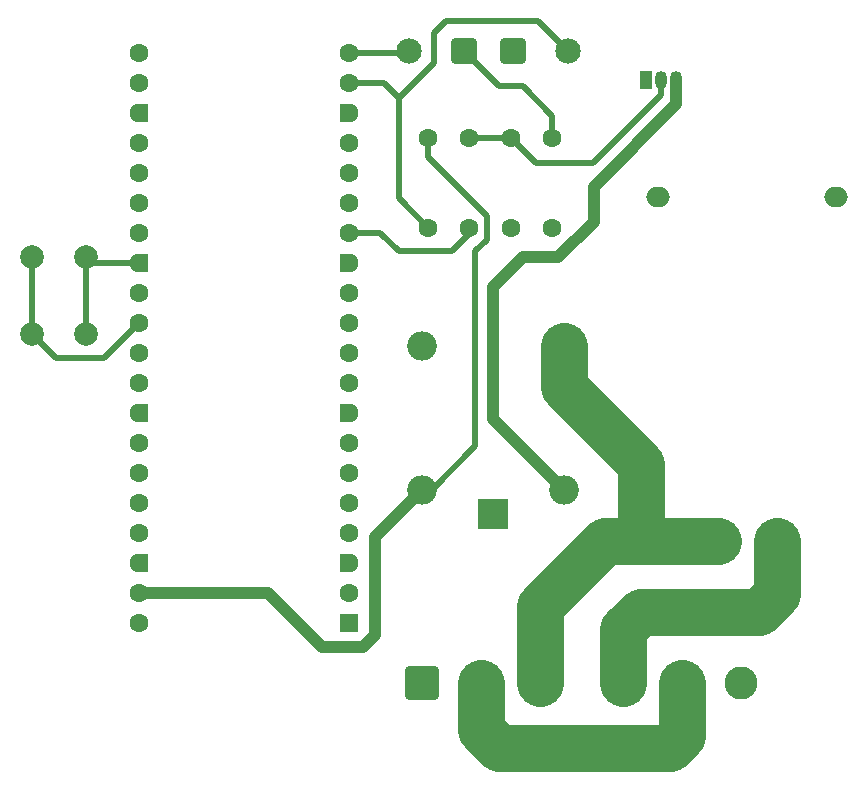
<source format=gtl>
%TF.GenerationSoftware,KiCad,Pcbnew,9.0.2+dfsg-1*%
%TF.CreationDate,2025-07-19T12:09:05+01:00*%
%TF.ProjectId,makita_aws_rx,6d616b69-7461-45f6-9177-735f72782e6b,rev?*%
%TF.SameCoordinates,Original*%
%TF.FileFunction,Copper,L1,Top*%
%TF.FilePolarity,Positive*%
%FSLAX46Y46*%
G04 Gerber Fmt 4.6, Leading zero omitted, Abs format (unit mm)*
G04 Created by KiCad (PCBNEW 9.0.2+dfsg-1) date 2025-07-19 12:09:05*
%MOMM*%
%LPD*%
G01*
G04 APERTURE LIST*
G04 Aperture macros list*
%AMRoundRect*
0 Rectangle with rounded corners*
0 $1 Rounding radius*
0 $2 $3 $4 $5 $6 $7 $8 $9 X,Y pos of 4 corners*
0 Add a 4 corners polygon primitive as box body*
4,1,4,$2,$3,$4,$5,$6,$7,$8,$9,$2,$3,0*
0 Add four circle primitives for the rounded corners*
1,1,$1+$1,$2,$3*
1,1,$1+$1,$4,$5*
1,1,$1+$1,$6,$7*
1,1,$1+$1,$8,$9*
0 Add four rect primitives between the rounded corners*
20,1,$1+$1,$2,$3,$4,$5,0*
20,1,$1+$1,$4,$5,$6,$7,0*
20,1,$1+$1,$6,$7,$8,$9,0*
20,1,$1+$1,$8,$9,$2,$3,0*%
%AMFreePoly0*
4,1,37,0.603843,0.796157,0.639018,0.796157,0.711114,0.766294,0.766294,0.711114,0.796157,0.639018,0.796157,0.603843,0.800000,0.600000,0.800000,-0.600000,0.796157,-0.603843,0.796157,-0.639018,0.766294,-0.711114,0.711114,-0.766294,0.639018,-0.796157,0.603843,-0.796157,0.600000,-0.800000,0.000000,-0.800000,0.000000,-0.796148,-0.078414,-0.796148,-0.232228,-0.765552,-0.377117,-0.705537,
-0.507515,-0.618408,-0.618408,-0.507515,-0.705537,-0.377117,-0.765552,-0.232228,-0.796148,-0.078414,-0.796148,0.078414,-0.765552,0.232228,-0.705537,0.377117,-0.618408,0.507515,-0.507515,0.618408,-0.377117,0.705537,-0.232228,0.765552,-0.078414,0.796148,0.000000,0.796148,0.000000,0.800000,0.600000,0.800000,0.603843,0.796157,0.603843,0.796157,$1*%
%AMFreePoly1*
4,1,37,0.000000,0.796148,0.078414,0.796148,0.232228,0.765552,0.377117,0.705537,0.507515,0.618408,0.618408,0.507515,0.705537,0.377117,0.765552,0.232228,0.796148,0.078414,0.796148,-0.078414,0.765552,-0.232228,0.705537,-0.377117,0.618408,-0.507515,0.507515,-0.618408,0.377117,-0.705537,0.232228,-0.765552,0.078414,-0.796148,0.000000,-0.796148,0.000000,-0.800000,-0.600000,-0.800000,
-0.603843,-0.796157,-0.639018,-0.796157,-0.711114,-0.766294,-0.766294,-0.711114,-0.796157,-0.639018,-0.796157,-0.603843,-0.800000,-0.600000,-0.800000,0.600000,-0.796157,0.603843,-0.796157,0.639018,-0.766294,0.711114,-0.711114,0.766294,-0.639018,0.796157,-0.603843,0.796157,-0.600000,0.800000,0.000000,0.800000,0.000000,0.796148,0.000000,0.796148,$1*%
G04 Aperture macros list end*
%TA.AperFunction,ComponentPad*%
%ADD10RoundRect,0.250000X0.825000X0.825000X-0.825000X0.825000X-0.825000X-0.825000X0.825000X-0.825000X0*%
%TD*%
%TA.AperFunction,ComponentPad*%
%ADD11C,2.150000*%
%TD*%
%TA.AperFunction,ComponentPad*%
%ADD12C,1.600000*%
%TD*%
%TA.AperFunction,ComponentPad*%
%ADD13R,1.050000X1.500000*%
%TD*%
%TA.AperFunction,ComponentPad*%
%ADD14O,1.050000X1.500000*%
%TD*%
%TA.AperFunction,ComponentPad*%
%ADD15RoundRect,0.250001X-1.149999X-1.149999X1.149999X-1.149999X1.149999X1.149999X-1.149999X1.149999X0*%
%TD*%
%TA.AperFunction,ComponentPad*%
%ADD16C,2.800000*%
%TD*%
%TA.AperFunction,ComponentPad*%
%ADD17RoundRect,0.250000X-0.825000X-0.825000X0.825000X-0.825000X0.825000X0.825000X-0.825000X0.825000X0*%
%TD*%
%TA.AperFunction,ComponentPad*%
%ADD18RoundRect,0.200000X0.600000X0.600000X-0.600000X0.600000X-0.600000X-0.600000X0.600000X-0.600000X0*%
%TD*%
%TA.AperFunction,ComponentPad*%
%ADD19FreePoly0,180.000000*%
%TD*%
%TA.AperFunction,ComponentPad*%
%ADD20FreePoly1,180.000000*%
%TD*%
%TA.AperFunction,ComponentPad*%
%ADD21R,2.500000X2.500000*%
%TD*%
%TA.AperFunction,ComponentPad*%
%ADD22O,2.500000X2.500000*%
%TD*%
%TA.AperFunction,ComponentPad*%
%ADD23R,2.000000X1.700000*%
%TD*%
%TA.AperFunction,ComponentPad*%
%ADD24O,2.000000X1.700000*%
%TD*%
%TA.AperFunction,ComponentPad*%
%ADD25C,2.000000*%
%TD*%
%TA.AperFunction,Conductor*%
%ADD26C,1.000000*%
%TD*%
%TA.AperFunction,Conductor*%
%ADD27C,0.500000*%
%TD*%
%TA.AperFunction,Conductor*%
%ADD28C,4.000000*%
%TD*%
G04 APERTURE END LIST*
D10*
%TO.P,D1,1,K*%
%TO.N,Net-(D1-K)*%
X198000000Y-55500000D03*
D11*
%TO.P,D1,2,A*%
%TO.N,/LED*%
X193400000Y-55500000D03*
%TD*%
D12*
%TO.P,R2,1*%
%TO.N,/COIL*%
X198500000Y-70500000D03*
%TO.P,R2,2*%
%TO.N,Net-(Q1-G)*%
X198500000Y-62880000D03*
%TD*%
D13*
%TO.P,Q1,1,S*%
%TO.N,GND*%
X213460000Y-58000000D03*
D14*
%TO.P,Q1,2,G*%
%TO.N,Net-(Q1-G)*%
X214730000Y-58000000D03*
%TO.P,Q1,3,D*%
%TO.N,Net-(Q1-D)*%
X216000000Y-58000000D03*
%TD*%
D15*
%TO.P,J1,1,Pin_1*%
%TO.N,/MAINS_N*%
X194500000Y-109000000D03*
D16*
%TO.P,J1,2,Pin_2*%
%TO.N,/MAINS_E*%
X199500000Y-109000000D03*
%TO.P,J1,3,Pin_3*%
%TO.N,/MAINS_L_IN*%
X204500000Y-109000000D03*
%TD*%
D12*
%TO.P,R3,1*%
%TO.N,GND*%
X202000000Y-70500000D03*
%TO.P,R3,2*%
%TO.N,Net-(Q1-G)*%
X202000000Y-62880000D03*
%TD*%
%TO.P,R4,1*%
%TO.N,Net-(D1-K)*%
X205500000Y-62880000D03*
%TO.P,R4,2*%
%TO.N,GND*%
X205500000Y-70500000D03*
%TD*%
D17*
%TO.P,SW1,1,1*%
%TO.N,GND*%
X202200000Y-55500000D03*
D11*
%TO.P,SW1,2,2*%
%TO.N,/SW_PUSH*%
X206800000Y-55500000D03*
%TD*%
D18*
%TO.P,A1,1,GPIO0*%
%TO.N,unconnected-(A1-GPIO0-Pad1)*%
X188280000Y-103940000D03*
D12*
%TO.P,A1,2,GPIO1*%
%TO.N,unconnected-(A1-GPIO1-Pad2)*%
X188280000Y-101400000D03*
D19*
%TO.P,A1,3,GND*%
%TO.N,GND*%
X188280000Y-98860000D03*
D12*
%TO.P,A1,4,GPIO2*%
%TO.N,unconnected-(A1-GPIO2-Pad4)*%
X188280000Y-96320000D03*
%TO.P,A1,5,GPIO3*%
%TO.N,unconnected-(A1-GPIO3-Pad5)*%
X188280000Y-93780000D03*
%TO.P,A1,6,GPIO4*%
%TO.N,unconnected-(A1-GPIO4-Pad6)*%
X188280000Y-91240000D03*
%TO.P,A1,7,GPIO5*%
%TO.N,unconnected-(A1-GPIO5-Pad7)*%
X188280000Y-88700000D03*
D19*
%TO.P,A1,8,GND*%
%TO.N,GND*%
X188280000Y-86160000D03*
D12*
%TO.P,A1,9,GPIO6*%
%TO.N,unconnected-(A1-GPIO6-Pad9)*%
X188280000Y-83620000D03*
%TO.P,A1,10,GPIO7*%
%TO.N,unconnected-(A1-GPIO7-Pad10)*%
X188280000Y-81080000D03*
%TO.P,A1,11,GPIO8*%
%TO.N,unconnected-(A1-GPIO8-Pad11)*%
X188280000Y-78540000D03*
%TO.P,A1,12,GPIO9*%
%TO.N,unconnected-(A1-GPIO9-Pad12)*%
X188280000Y-76000000D03*
D19*
%TO.P,A1,13,GND*%
%TO.N,GND*%
X188280000Y-73460000D03*
D12*
%TO.P,A1,14,GPIO10*%
%TO.N,/COIL*%
X188280000Y-70920000D03*
%TO.P,A1,15,GPIO11*%
%TO.N,unconnected-(A1-GPIO11-Pad15)*%
X188280000Y-68380000D03*
%TO.P,A1,16,GPIO12*%
%TO.N,unconnected-(A1-GPIO12-Pad16)*%
X188280000Y-65840000D03*
%TO.P,A1,17,GPIO13*%
%TO.N,unconnected-(A1-GPIO13-Pad17)*%
X188280000Y-63300000D03*
D19*
%TO.P,A1,18,GND*%
%TO.N,GND*%
X188280000Y-60760000D03*
D12*
%TO.P,A1,19,GPIO14*%
%TO.N,/SW_PUSH*%
X188280000Y-58220000D03*
%TO.P,A1,20,GPIO15*%
%TO.N,/LED*%
X188280000Y-55680000D03*
%TO.P,A1,21,GPIO16*%
%TO.N,unconnected-(A1-GPIO16-Pad21)*%
X170500000Y-55680000D03*
%TO.P,A1,22,GPIO17*%
%TO.N,unconnected-(A1-GPIO17-Pad22)*%
X170500000Y-58220000D03*
D20*
%TO.P,A1,23,GND*%
%TO.N,GND*%
X170500000Y-60760000D03*
D12*
%TO.P,A1,24,GPIO18*%
%TO.N,unconnected-(A1-GPIO18-Pad24)*%
X170500000Y-63300000D03*
%TO.P,A1,25,GPIO19*%
%TO.N,unconnected-(A1-GPIO19-Pad25)*%
X170500000Y-65840000D03*
%TO.P,A1,26,GPIO20*%
%TO.N,unconnected-(A1-GPIO20-Pad26)*%
X170500000Y-68380000D03*
%TO.P,A1,27,GPIO21*%
%TO.N,unconnected-(A1-GPIO21-Pad27)*%
X170500000Y-70920000D03*
D20*
%TO.P,A1,28,GND*%
%TO.N,GND*%
X170500000Y-73460000D03*
D12*
%TO.P,A1,29,GPIO22*%
%TO.N,unconnected-(A1-GPIO22-Pad29)*%
X170500000Y-76000000D03*
%TO.P,A1,30,RUN*%
%TO.N,/RUN*%
X170500000Y-78540000D03*
%TO.P,A1,31,GPIO26_ADC0*%
%TO.N,unconnected-(A1-GPIO26_ADC0-Pad31)*%
X170500000Y-81080000D03*
%TO.P,A1,32,GPIO27_ADC1*%
%TO.N,unconnected-(A1-GPIO27_ADC1-Pad32)*%
X170500000Y-83620000D03*
D20*
%TO.P,A1,33,AGND*%
%TO.N,GND*%
X170500000Y-86160000D03*
D12*
%TO.P,A1,34,GPIO28_ADC2*%
%TO.N,unconnected-(A1-GPIO28_ADC2-Pad34)*%
X170500000Y-88700000D03*
%TO.P,A1,35,ADC_VREF*%
%TO.N,unconnected-(A1-ADC_VREF-Pad35)*%
X170500000Y-91240000D03*
%TO.P,A1,36,3V3*%
%TO.N,unconnected-(A1-3V3-Pad36)*%
X170500000Y-93780000D03*
%TO.P,A1,37,3V3_EN*%
%TO.N,unconnected-(A1-3V3_EN-Pad37)*%
X170500000Y-96320000D03*
D20*
%TO.P,A1,38,GND*%
%TO.N,GND*%
X170500000Y-98860000D03*
D12*
%TO.P,A1,39,VSYS*%
%TO.N,+5V*%
X170500000Y-101400000D03*
%TO.P,A1,40,VBUS*%
%TO.N,unconnected-(A1-VBUS-Pad40)*%
X170500000Y-103940000D03*
%TD*%
D21*
%TO.P,K2,1*%
%TO.N,/MAINS_L_OUT*%
X200500000Y-94700000D03*
D22*
%TO.P,K2,2*%
%TO.N,Net-(Q1-D)*%
X206500000Y-92700000D03*
%TO.P,K2,3*%
%TO.N,/MAINS_L_IN*%
X206500000Y-80500000D03*
%TO.P,K2,4*%
%TO.N,unconnected-(K2-Pad4)*%
X194500000Y-80500000D03*
%TO.P,K2,5*%
%TO.N,+5V*%
X194500000Y-92700000D03*
%TD*%
D23*
%TO.P,PS1,1,AC/L*%
%TO.N,/MAINS_L_IN*%
X219500000Y-97000000D03*
D24*
%TO.P,PS1,2,AC/N*%
%TO.N,/MAINS_N*%
X224500000Y-97000000D03*
%TO.P,PS1,3,-Vout*%
%TO.N,GND*%
X214500000Y-67920000D03*
%TO.P,PS1,4,+Vout*%
%TO.N,+5V*%
X229500000Y-67920000D03*
%TD*%
D12*
%TO.P,R1,1*%
%TO.N,+5V*%
X195000000Y-62880000D03*
%TO.P,R1,2*%
%TO.N,/SW_PUSH*%
X195000000Y-70500000D03*
%TD*%
D15*
%TO.P,J2,1,Pin_1*%
%TO.N,/MAINS_N*%
X211500000Y-109000000D03*
D16*
%TO.P,J2,2,Pin_2*%
%TO.N,/MAINS_E*%
X216500000Y-109000000D03*
%TO.P,J2,3,Pin_3*%
%TO.N,/MAINS_L_OUT*%
X221500000Y-109000000D03*
%TD*%
D25*
%TO.P,SW3,1,1*%
%TO.N,GND*%
X166000000Y-73000000D03*
X166000000Y-79500000D03*
%TO.P,SW3,2,2*%
%TO.N,/RUN*%
X161500000Y-73000000D03*
X161500000Y-79500000D03*
%TD*%
D26*
%TO.N,+5V*%
X170500000Y-101400000D02*
X181400000Y-101400000D01*
X189500000Y-106000000D02*
X190500000Y-105000000D01*
X181400000Y-101400000D02*
X186000000Y-106000000D01*
X186000000Y-106000000D02*
X189500000Y-106000000D01*
X190500000Y-105000000D02*
X190500000Y-96700000D01*
X190500000Y-96700000D02*
X194500000Y-92700000D01*
%TO.N,Net-(Q1-D)*%
X206500000Y-92700000D02*
X200500000Y-86700000D01*
X209000000Y-67000000D02*
X216000000Y-60000000D01*
X200500000Y-86700000D02*
X200500000Y-75500000D01*
X203000000Y-73000000D02*
X206000000Y-73000000D01*
X200500000Y-75500000D02*
X203000000Y-73000000D01*
X216000000Y-60000000D02*
X216000000Y-58000000D01*
X206000000Y-73000000D02*
X209000000Y-70000000D01*
X209000000Y-70000000D02*
X209000000Y-67000000D01*
D27*
%TO.N,+5V*%
X194500000Y-92700000D02*
X195300000Y-92700000D01*
X195300000Y-92700000D02*
X199000000Y-89000000D01*
X199000000Y-89000000D02*
X199000000Y-72500000D01*
X199000000Y-72500000D02*
X200000000Y-71500000D01*
X200000000Y-71500000D02*
X200000000Y-69500000D01*
X200000000Y-69500000D02*
X195000000Y-64500000D01*
X195000000Y-64500000D02*
X195000000Y-62880000D01*
D28*
%TO.N,/MAINS_L_IN*%
X206500000Y-80500000D02*
X206500000Y-84000000D01*
X206500000Y-84000000D02*
X213000000Y-90500000D01*
X213000000Y-90500000D02*
X213000000Y-97000000D01*
X213000000Y-97000000D02*
X216500000Y-97000000D01*
D27*
%TO.N,/COIL*%
X188280000Y-70920000D02*
X190920000Y-70920000D01*
X198500000Y-71000000D02*
X198500000Y-70500000D01*
X190920000Y-70920000D02*
X192500000Y-72500000D01*
X192500000Y-72500000D02*
X197000000Y-72500000D01*
X197000000Y-72500000D02*
X198500000Y-71000000D01*
%TO.N,/SW_PUSH*%
X188280000Y-58220000D02*
X191220000Y-58220000D01*
X191220000Y-58220000D02*
X192500000Y-59500000D01*
X195000000Y-70500000D02*
X192500000Y-68000000D01*
X192500000Y-68000000D02*
X192500000Y-59500000D01*
X192500000Y-59500000D02*
X195500000Y-56500000D01*
X195500000Y-56500000D02*
X195500000Y-54000000D01*
X195500000Y-54000000D02*
X196500000Y-53000000D01*
X196500000Y-53000000D02*
X204300000Y-53000000D01*
X204300000Y-53000000D02*
X206800000Y-55500000D01*
%TO.N,/LED*%
X188280000Y-55680000D02*
X193220000Y-55680000D01*
X193220000Y-55680000D02*
X193400000Y-55500000D01*
D28*
%TO.N,/MAINS_E*%
X216500000Y-109000000D02*
X216500000Y-113500000D01*
X216500000Y-113500000D02*
X215500000Y-114500000D01*
X215500000Y-114500000D02*
X201000000Y-114500000D01*
X201000000Y-114500000D02*
X199500000Y-113000000D01*
X199500000Y-113000000D02*
X199500000Y-109000000D01*
%TO.N,/MAINS_N*%
X211500000Y-109000000D02*
X211500000Y-104500000D01*
X211500000Y-104500000D02*
X213000000Y-103000000D01*
X213000000Y-103000000D02*
X223000000Y-103000000D01*
X223000000Y-103000000D02*
X224500000Y-101500000D01*
X224500000Y-101500000D02*
X224500000Y-97000000D01*
%TO.N,/MAINS_L_IN*%
X204500000Y-109000000D02*
X204500000Y-102500000D01*
X204500000Y-102500000D02*
X210000000Y-97000000D01*
X210000000Y-97000000D02*
X216500000Y-97000000D01*
D27*
%TO.N,GND*%
X166460000Y-73460000D02*
X166000000Y-73000000D01*
X170500000Y-73460000D02*
X166460000Y-73460000D01*
X166000000Y-79500000D02*
X166000000Y-73000000D01*
%TO.N,/RUN*%
X167540000Y-81500000D02*
X170500000Y-78540000D01*
X161500000Y-79500000D02*
X163500000Y-81500000D01*
X161500000Y-73000000D02*
X161500000Y-79500000D01*
X163500000Y-81500000D02*
X167540000Y-81500000D01*
%TO.N,Net-(D1-K)*%
X205500000Y-61000000D02*
X203000000Y-58500000D01*
X203000000Y-58500000D02*
X201000000Y-58500000D01*
X205500000Y-62880000D02*
X205500000Y-61000000D01*
X201000000Y-58500000D02*
X198000000Y-55500000D01*
D28*
%TO.N,/MAINS_L_IN*%
X216500000Y-97000000D02*
X219500000Y-97000000D01*
D27*
%TO.N,Net-(Q1-G)*%
X208980000Y-65000000D02*
X214730000Y-59250000D01*
X202000000Y-62880000D02*
X204120000Y-65000000D01*
X214730000Y-59250000D02*
X214730000Y-58000000D01*
X198500000Y-62880000D02*
X202000000Y-62880000D01*
X204120000Y-65000000D02*
X208980000Y-65000000D01*
%TD*%
M02*

</source>
